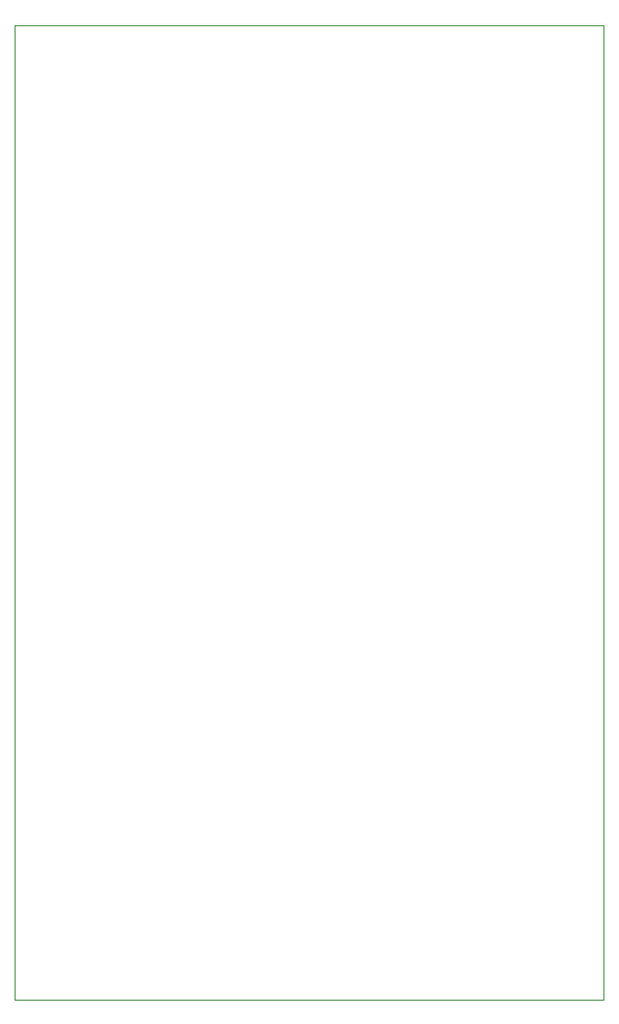
<source format=gbr>
G04 #@! TF.GenerationSoftware,KiCad,Pcbnew,(5.1.5-0-10_14)*
G04 #@! TF.CreationDate,2020-06-22T11:16:21+10:00*
G04 #@! TF.ProjectId,VerySmallMulti,56657279-536d-4616-9c6c-4d756c74692e,rev?*
G04 #@! TF.SameCoordinates,Original*
G04 #@! TF.FileFunction,Profile,NP*
%FSLAX46Y46*%
G04 Gerber Fmt 4.6, Leading zero omitted, Abs format (unit mm)*
G04 Created by KiCad (PCBNEW (5.1.5-0-10_14)) date 2020-06-22 11:16:21*
%MOMM*%
%LPD*%
G04 APERTURE LIST*
%ADD10C,0.050000*%
G04 APERTURE END LIST*
D10*
X101092000Y-154940000D02*
X101092000Y-70104000D01*
X152400000Y-154940000D02*
X101092000Y-154940000D01*
X152400000Y-70104000D02*
X152400000Y-154940000D01*
X152400000Y-70104000D02*
X101092000Y-70104000D01*
M02*

</source>
